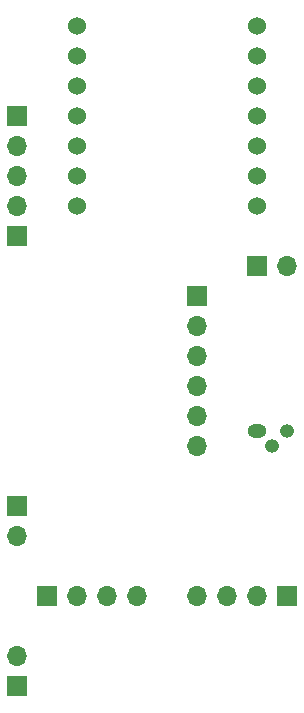
<source format=gbs>
%TF.GenerationSoftware,KiCad,Pcbnew,8.0.5*%
%TF.CreationDate,2024-11-23T17:52:30+00:00*%
%TF.ProjectId,DataGadget,44617461-4761-4646-9765-742e6b696361,rev?*%
%TF.SameCoordinates,Original*%
%TF.FileFunction,Soldermask,Bot*%
%TF.FilePolarity,Negative*%
%FSLAX46Y46*%
G04 Gerber Fmt 4.6, Leading zero omitted, Abs format (unit mm)*
G04 Created by KiCad (PCBNEW 8.0.5) date 2024-11-23 17:52:30*
%MOMM*%
%LPD*%
G01*
G04 APERTURE LIST*
%ADD10R,1.700000X1.700000*%
%ADD11O,1.700000X1.700000*%
%ADD12C,1.524000*%
%ADD13O,1.600000X1.200000*%
%ADD14O,1.200000X1.200000*%
G04 APERTURE END LIST*
D10*
%TO.C,A1*%
X83820000Y-127000000D03*
D11*
X86360000Y-127000000D03*
X88900000Y-127000000D03*
X91440000Y-127000000D03*
%TD*%
D10*
%TO.C,J1*%
X104140000Y-127000000D03*
D11*
X101600000Y-127000000D03*
X99060000Y-127000000D03*
X96520000Y-127000000D03*
%TD*%
D10*
%TO.C,A3*%
X96520000Y-101600000D03*
D11*
X96520000Y-104140000D03*
X96520000Y-106680000D03*
X96520000Y-109220000D03*
X96520000Y-111760000D03*
X96520000Y-114300000D03*
%TD*%
D10*
%TO.C,BT1*%
X81280000Y-119380000D03*
D11*
X81280000Y-121920000D03*
%TD*%
D10*
%TO.C,SW1*%
X81280000Y-86360000D03*
D11*
X81280000Y-88900000D03*
X81280000Y-91440000D03*
%TD*%
D10*
%TO.C,J2*%
X81280000Y-96520000D03*
D11*
X81280000Y-93980000D03*
%TD*%
D10*
%TO.C,C1*%
X101600000Y-99060000D03*
D11*
X104140000Y-99060000D03*
%TD*%
D12*
%TO.C,A2*%
X86360000Y-78740000D03*
X86360000Y-81280000D03*
X86360000Y-83820000D03*
X86360000Y-86360000D03*
X86360000Y-88900000D03*
X86360000Y-91440000D03*
X86360000Y-93980000D03*
X101600000Y-93980000D03*
X101600000Y-91440000D03*
X101600000Y-88900000D03*
X101600000Y-86360000D03*
X101600000Y-83820000D03*
X101600000Y-81280000D03*
X101600000Y-78740000D03*
%TD*%
D10*
%TO.C,J3*%
X81280000Y-134620000D03*
D11*
X81280000Y-132080000D03*
%TD*%
D13*
%TO.C,Q1*%
X101600000Y-113000000D03*
D14*
X102870000Y-114270000D03*
X104140000Y-113000000D03*
%TD*%
M02*

</source>
